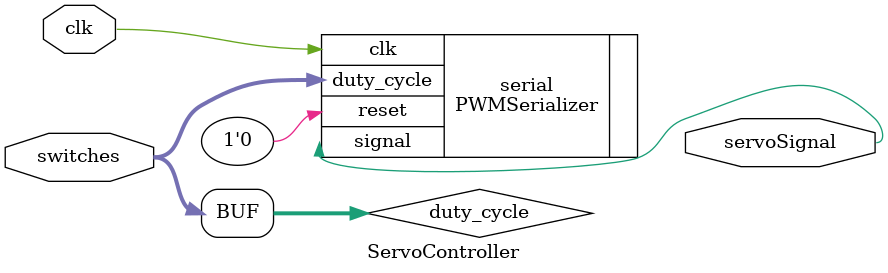
<source format=v>
module ServoController(
    input        clk, 		    // System Clock Input 100 Mhz
    input[9:0]   switches,	    // Position control switches
    output       servoSignal    // Signal to the servo
    );	
        
    wire[9:0] duty_cycle;
    assign duty_cycle = switches;
    PWMSerializer #(.PERIOD_WIDTH_NS(25'd20000000))
    serial(.clk(clk), .reset(1'b0), .duty_cycle(duty_cycle), .signal(servoSignal));
    
    
    ////////////////////
	// Your Code Here //
	////////////////////
    
endmodule

</source>
